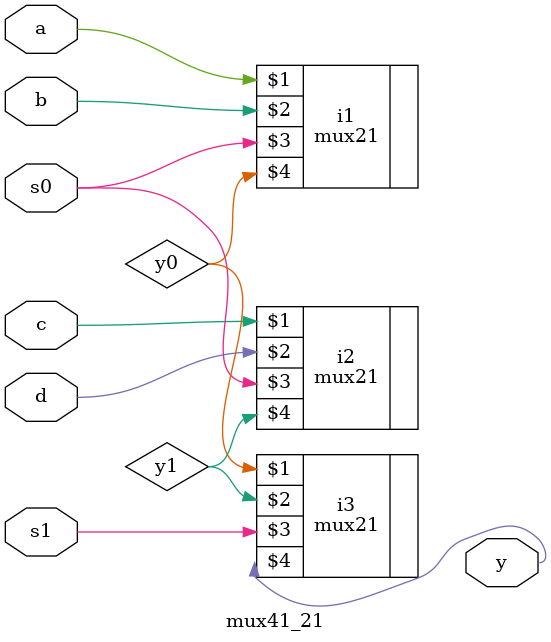
<source format=sv>
module mux41_21(a,b,c,d,s0,s1,y);
input logic a,b,c,d,s0,s1;
output logic y;
logic y0,y1;
mux21   i1(a,b,s0,y0);
mux21   i2(c,d,s0,y1);
mux21   i3(y0,y1,s1,y);
endmodule

</source>
